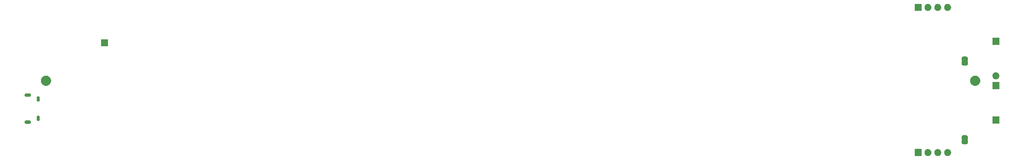
<source format=gbr>
G04 #@! TF.GenerationSoftware,KiCad,Pcbnew,(5.1.5)-3*
G04 #@! TF.CreationDate,2020-07-15T05:41:28-07:00*
G04 #@! TF.ProjectId,pcb,7063622e-6b69-4636-9164-5f7063625858,rev?*
G04 #@! TF.SameCoordinates,Original*
G04 #@! TF.FileFunction,Soldermask,Bot*
G04 #@! TF.FilePolarity,Negative*
%FSLAX46Y46*%
G04 Gerber Fmt 4.6, Leading zero omitted, Abs format (unit mm)*
G04 Created by KiCad (PCBNEW (5.1.5)-3) date 2020-07-15 05:41:28*
%MOMM*%
%LPD*%
G04 APERTURE LIST*
%ADD10C,0.100000*%
G04 APERTURE END LIST*
D10*
G36*
X260209512Y-114165927D02*
G01*
X260358812Y-114195624D01*
X260522784Y-114263544D01*
X260670354Y-114362147D01*
X260795853Y-114487646D01*
X260894456Y-114635216D01*
X260962376Y-114799188D01*
X260997000Y-114973259D01*
X260997000Y-115150741D01*
X260962376Y-115324812D01*
X260894456Y-115488784D01*
X260795853Y-115636354D01*
X260670354Y-115761853D01*
X260522784Y-115860456D01*
X260358812Y-115928376D01*
X260209512Y-115958073D01*
X260184742Y-115963000D01*
X260007258Y-115963000D01*
X259982488Y-115958073D01*
X259833188Y-115928376D01*
X259669216Y-115860456D01*
X259521646Y-115761853D01*
X259396147Y-115636354D01*
X259297544Y-115488784D01*
X259229624Y-115324812D01*
X259195000Y-115150741D01*
X259195000Y-114973259D01*
X259229624Y-114799188D01*
X259297544Y-114635216D01*
X259396147Y-114487646D01*
X259521646Y-114362147D01*
X259669216Y-114263544D01*
X259833188Y-114195624D01*
X259982488Y-114165927D01*
X260007258Y-114161000D01*
X260184742Y-114161000D01*
X260209512Y-114165927D01*
G37*
G36*
X258457000Y-115963000D02*
G01*
X256655000Y-115963000D01*
X256655000Y-114161000D01*
X258457000Y-114161000D01*
X258457000Y-115963000D01*
G37*
G36*
X265289512Y-114165927D02*
G01*
X265438812Y-114195624D01*
X265602784Y-114263544D01*
X265750354Y-114362147D01*
X265875853Y-114487646D01*
X265974456Y-114635216D01*
X266042376Y-114799188D01*
X266077000Y-114973259D01*
X266077000Y-115150741D01*
X266042376Y-115324812D01*
X265974456Y-115488784D01*
X265875853Y-115636354D01*
X265750354Y-115761853D01*
X265602784Y-115860456D01*
X265438812Y-115928376D01*
X265289512Y-115958073D01*
X265264742Y-115963000D01*
X265087258Y-115963000D01*
X265062488Y-115958073D01*
X264913188Y-115928376D01*
X264749216Y-115860456D01*
X264601646Y-115761853D01*
X264476147Y-115636354D01*
X264377544Y-115488784D01*
X264309624Y-115324812D01*
X264275000Y-115150741D01*
X264275000Y-114973259D01*
X264309624Y-114799188D01*
X264377544Y-114635216D01*
X264476147Y-114487646D01*
X264601646Y-114362147D01*
X264749216Y-114263544D01*
X264913188Y-114195624D01*
X265062488Y-114165927D01*
X265087258Y-114161000D01*
X265264742Y-114161000D01*
X265289512Y-114165927D01*
G37*
G36*
X262749512Y-114165927D02*
G01*
X262898812Y-114195624D01*
X263062784Y-114263544D01*
X263210354Y-114362147D01*
X263335853Y-114487646D01*
X263434456Y-114635216D01*
X263502376Y-114799188D01*
X263537000Y-114973259D01*
X263537000Y-115150741D01*
X263502376Y-115324812D01*
X263434456Y-115488784D01*
X263335853Y-115636354D01*
X263210354Y-115761853D01*
X263062784Y-115860456D01*
X262898812Y-115928376D01*
X262749512Y-115958073D01*
X262724742Y-115963000D01*
X262547258Y-115963000D01*
X262522488Y-115958073D01*
X262373188Y-115928376D01*
X262209216Y-115860456D01*
X262061646Y-115761853D01*
X261936147Y-115636354D01*
X261837544Y-115488784D01*
X261769624Y-115324812D01*
X261735000Y-115150741D01*
X261735000Y-114973259D01*
X261769624Y-114799188D01*
X261837544Y-114635216D01*
X261936147Y-114487646D01*
X262061646Y-114362147D01*
X262209216Y-114263544D01*
X262373188Y-114195624D01*
X262522488Y-114165927D01*
X262547258Y-114161000D01*
X262724742Y-114161000D01*
X262749512Y-114165927D01*
G37*
G36*
X269857799Y-110559954D02*
G01*
X269870050Y-110560556D01*
X269888469Y-110560556D01*
X269910749Y-110562750D01*
X269994833Y-110579476D01*
X270016260Y-110585976D01*
X270095458Y-110618780D01*
X270100903Y-110621691D01*
X270100909Y-110621693D01*
X270109769Y-110626429D01*
X270109773Y-110626432D01*
X270115214Y-110629340D01*
X270186499Y-110676971D01*
X270203804Y-110691172D01*
X270264428Y-110751796D01*
X270278629Y-110769101D01*
X270326260Y-110840386D01*
X270329168Y-110845827D01*
X270329171Y-110845831D01*
X270333907Y-110854691D01*
X270333909Y-110854697D01*
X270336820Y-110860142D01*
X270369624Y-110939340D01*
X270376124Y-110960767D01*
X270392850Y-111044851D01*
X270395044Y-111067131D01*
X270395044Y-111085550D01*
X270395646Y-111097801D01*
X270397452Y-111116139D01*
X270397452Y-111603860D01*
X270395863Y-111619999D01*
X270392948Y-111629608D01*
X270388210Y-111638472D01*
X270381837Y-111646237D01*
X270369394Y-111656448D01*
X270359025Y-111663378D01*
X270341698Y-111680705D01*
X270328085Y-111701080D01*
X270318709Y-111723720D01*
X270313929Y-111747753D01*
X270313930Y-111772257D01*
X270318712Y-111796290D01*
X270328090Y-111818929D01*
X270341705Y-111839302D01*
X270359032Y-111856629D01*
X270369402Y-111863558D01*
X270381837Y-111873763D01*
X270388210Y-111881528D01*
X270392948Y-111890392D01*
X270395863Y-111900001D01*
X270397452Y-111916140D01*
X270397452Y-112403862D01*
X270395646Y-112422199D01*
X270395044Y-112434450D01*
X270395044Y-112452869D01*
X270392850Y-112475149D01*
X270376124Y-112559233D01*
X270369624Y-112580660D01*
X270336820Y-112659858D01*
X270333909Y-112665303D01*
X270333907Y-112665309D01*
X270329171Y-112674169D01*
X270329168Y-112674173D01*
X270326260Y-112679614D01*
X270278629Y-112750899D01*
X270264428Y-112768204D01*
X270203804Y-112828828D01*
X270186499Y-112843029D01*
X270115214Y-112890660D01*
X270109773Y-112893568D01*
X270109769Y-112893571D01*
X270100909Y-112898307D01*
X270100903Y-112898309D01*
X270095458Y-112901220D01*
X270016260Y-112934024D01*
X269994833Y-112940524D01*
X269910749Y-112957250D01*
X269888469Y-112959444D01*
X269870050Y-112959444D01*
X269857799Y-112960046D01*
X269839462Y-112961852D01*
X269351738Y-112961852D01*
X269333401Y-112960046D01*
X269321150Y-112959444D01*
X269302731Y-112959444D01*
X269280451Y-112957250D01*
X269196367Y-112940524D01*
X269174940Y-112934024D01*
X269095742Y-112901220D01*
X269090297Y-112898309D01*
X269090291Y-112898307D01*
X269081431Y-112893571D01*
X269081427Y-112893568D01*
X269075986Y-112890660D01*
X269004701Y-112843029D01*
X268987396Y-112828828D01*
X268926772Y-112768204D01*
X268912571Y-112750899D01*
X268864940Y-112679614D01*
X268862032Y-112674173D01*
X268862029Y-112674169D01*
X268857293Y-112665309D01*
X268857291Y-112665303D01*
X268854380Y-112659858D01*
X268821576Y-112580660D01*
X268815076Y-112559233D01*
X268798350Y-112475149D01*
X268796156Y-112452869D01*
X268796156Y-112434450D01*
X268795554Y-112422199D01*
X268793748Y-112403862D01*
X268793748Y-111916140D01*
X268795337Y-111900001D01*
X268798252Y-111890392D01*
X268802990Y-111881528D01*
X268809363Y-111873763D01*
X268821806Y-111863552D01*
X268832175Y-111856622D01*
X268849502Y-111839295D01*
X268863115Y-111818920D01*
X268872491Y-111796280D01*
X268877271Y-111772247D01*
X268877270Y-111747743D01*
X268872488Y-111723710D01*
X268863110Y-111701071D01*
X268849495Y-111680698D01*
X268832168Y-111663371D01*
X268821798Y-111656442D01*
X268809363Y-111646237D01*
X268802990Y-111638472D01*
X268798252Y-111629608D01*
X268795337Y-111619999D01*
X268793748Y-111603860D01*
X268793748Y-111116139D01*
X268795554Y-111097801D01*
X268796156Y-111085550D01*
X268796156Y-111067131D01*
X268798350Y-111044851D01*
X268815076Y-110960767D01*
X268821576Y-110939340D01*
X268854380Y-110860142D01*
X268857291Y-110854697D01*
X268857293Y-110854691D01*
X268862029Y-110845831D01*
X268862032Y-110845827D01*
X268864940Y-110840386D01*
X268912571Y-110769101D01*
X268926772Y-110751796D01*
X268987396Y-110691172D01*
X269004701Y-110676971D01*
X269075986Y-110629340D01*
X269081427Y-110626432D01*
X269081431Y-110626429D01*
X269090291Y-110621693D01*
X269090297Y-110621691D01*
X269095742Y-110618780D01*
X269174940Y-110585976D01*
X269196367Y-110579476D01*
X269280451Y-110562750D01*
X269302731Y-110560556D01*
X269321150Y-110560556D01*
X269333401Y-110559954D01*
X269351739Y-110558148D01*
X269839461Y-110558148D01*
X269857799Y-110559954D01*
G37*
G36*
X28243511Y-106771815D02*
G01*
X28286461Y-106776045D01*
X28347612Y-106794595D01*
X28369122Y-106801120D01*
X28445295Y-106841836D01*
X28512067Y-106896633D01*
X28566864Y-106963405D01*
X28607580Y-107039578D01*
X28607581Y-107039582D01*
X28632655Y-107122239D01*
X28641121Y-107208200D01*
X28632655Y-107294161D01*
X28614105Y-107355312D01*
X28607580Y-107376822D01*
X28566864Y-107452995D01*
X28512067Y-107519767D01*
X28445295Y-107574564D01*
X28369122Y-107615280D01*
X28347612Y-107621805D01*
X28286461Y-107640355D01*
X28243511Y-107644585D01*
X28222037Y-107646700D01*
X27403963Y-107646700D01*
X27382489Y-107644585D01*
X27339539Y-107640355D01*
X27278388Y-107621805D01*
X27256878Y-107615280D01*
X27180705Y-107574564D01*
X27113933Y-107519767D01*
X27059136Y-107452995D01*
X27018420Y-107376822D01*
X27011895Y-107355312D01*
X26993345Y-107294161D01*
X26984879Y-107208200D01*
X26993345Y-107122239D01*
X27018419Y-107039582D01*
X27018420Y-107039578D01*
X27059136Y-106963405D01*
X27113933Y-106896633D01*
X27180705Y-106841836D01*
X27256878Y-106801120D01*
X27278388Y-106794595D01*
X27339539Y-106776045D01*
X27382489Y-106771815D01*
X27403963Y-106769700D01*
X28222037Y-106769700D01*
X28243511Y-106771815D01*
G37*
G36*
X278523000Y-107581000D02*
G01*
X276721000Y-107581000D01*
X276721000Y-105779000D01*
X278523000Y-105779000D01*
X278523000Y-107581000D01*
G37*
G36*
X30586710Y-105512640D02*
G01*
X30657585Y-105534140D01*
X30722904Y-105569054D01*
X30780159Y-105616041D01*
X30827146Y-105673296D01*
X30862060Y-105738615D01*
X30883560Y-105809490D01*
X30889000Y-105864728D01*
X30889000Y-106551672D01*
X30883560Y-106606910D01*
X30862060Y-106677785D01*
X30827146Y-106743104D01*
X30780159Y-106800359D01*
X30722906Y-106847345D01*
X30657583Y-106882260D01*
X30586709Y-106903760D01*
X30513000Y-106911019D01*
X30439290Y-106903760D01*
X30368415Y-106882260D01*
X30303096Y-106847346D01*
X30245841Y-106800359D01*
X30198855Y-106743106D01*
X30163940Y-106677783D01*
X30142440Y-106606909D01*
X30137000Y-106551671D01*
X30137001Y-105864728D01*
X30142441Y-105809490D01*
X30163941Y-105738615D01*
X30198855Y-105673296D01*
X30245842Y-105616041D01*
X30303097Y-105569054D01*
X30368416Y-105534140D01*
X30439291Y-105512640D01*
X30513000Y-105505381D01*
X30586710Y-105512640D01*
G37*
G36*
X30586710Y-100512640D02*
G01*
X30657585Y-100534140D01*
X30722904Y-100569054D01*
X30780159Y-100616041D01*
X30827146Y-100673296D01*
X30862060Y-100738615D01*
X30883560Y-100809490D01*
X30889000Y-100864728D01*
X30889000Y-101551672D01*
X30883560Y-101606910D01*
X30862060Y-101677785D01*
X30827146Y-101743104D01*
X30780159Y-101800359D01*
X30722906Y-101847345D01*
X30657583Y-101882260D01*
X30586709Y-101903760D01*
X30513000Y-101911019D01*
X30439290Y-101903760D01*
X30368415Y-101882260D01*
X30303096Y-101847346D01*
X30245841Y-101800359D01*
X30198855Y-101743106D01*
X30163940Y-101677783D01*
X30142440Y-101606909D01*
X30137000Y-101551671D01*
X30137001Y-100864728D01*
X30142441Y-100809490D01*
X30163941Y-100738615D01*
X30198855Y-100673296D01*
X30245842Y-100616041D01*
X30303097Y-100569054D01*
X30368416Y-100534140D01*
X30439291Y-100512640D01*
X30513000Y-100505381D01*
X30586710Y-100512640D01*
G37*
G36*
X28243511Y-99771815D02*
G01*
X28286461Y-99776045D01*
X28347612Y-99794595D01*
X28369122Y-99801120D01*
X28445295Y-99841836D01*
X28512067Y-99896633D01*
X28566864Y-99963405D01*
X28607580Y-100039578D01*
X28607581Y-100039582D01*
X28632655Y-100122239D01*
X28641121Y-100208200D01*
X28632655Y-100294161D01*
X28614105Y-100355312D01*
X28607580Y-100376822D01*
X28566864Y-100452995D01*
X28512067Y-100519767D01*
X28445295Y-100574564D01*
X28369122Y-100615280D01*
X28347612Y-100621805D01*
X28286461Y-100640355D01*
X28243511Y-100644585D01*
X28222037Y-100646700D01*
X27403963Y-100646700D01*
X27382489Y-100644585D01*
X27339539Y-100640355D01*
X27278388Y-100621805D01*
X27256878Y-100615280D01*
X27180705Y-100574564D01*
X27113933Y-100519767D01*
X27059136Y-100452995D01*
X27018420Y-100376822D01*
X27011895Y-100355312D01*
X26993345Y-100294161D01*
X26984879Y-100208200D01*
X26993345Y-100122239D01*
X27018419Y-100039582D01*
X27018420Y-100039578D01*
X27059136Y-99963405D01*
X27113933Y-99896633D01*
X27180705Y-99841836D01*
X27256878Y-99801120D01*
X27278388Y-99794595D01*
X27339539Y-99776045D01*
X27382489Y-99771815D01*
X27403963Y-99769700D01*
X28222037Y-99769700D01*
X28243511Y-99771815D01*
G37*
G36*
X278523000Y-98691000D02*
G01*
X276721000Y-98691000D01*
X276721000Y-96889000D01*
X278523000Y-96889000D01*
X278523000Y-98691000D01*
G37*
G36*
X272667487Y-95268996D02*
G01*
X272835868Y-95338742D01*
X272904255Y-95367069D01*
X273117339Y-95509447D01*
X273298553Y-95690661D01*
X273387884Y-95824354D01*
X273440932Y-95903747D01*
X273539004Y-96140513D01*
X273589000Y-96391861D01*
X273589000Y-96648139D01*
X273539004Y-96899487D01*
X273440932Y-97136253D01*
X273440931Y-97136255D01*
X273298553Y-97349339D01*
X273117339Y-97530553D01*
X272904255Y-97672931D01*
X272904254Y-97672932D01*
X272904253Y-97672932D01*
X272667487Y-97771004D01*
X272416139Y-97821000D01*
X272159861Y-97821000D01*
X271908513Y-97771004D01*
X271671747Y-97672932D01*
X271671746Y-97672932D01*
X271671745Y-97672931D01*
X271458661Y-97530553D01*
X271277447Y-97349339D01*
X271135069Y-97136255D01*
X271135068Y-97136253D01*
X271036996Y-96899487D01*
X270987000Y-96648139D01*
X270987000Y-96391861D01*
X271036996Y-96140513D01*
X271135068Y-95903747D01*
X271188117Y-95824354D01*
X271277447Y-95690661D01*
X271458661Y-95509447D01*
X271671745Y-95367069D01*
X271740132Y-95338742D01*
X271908513Y-95268996D01*
X272159861Y-95219000D01*
X272416139Y-95219000D01*
X272667487Y-95268996D01*
G37*
G36*
X32891487Y-95268996D02*
G01*
X33059868Y-95338742D01*
X33128255Y-95367069D01*
X33341339Y-95509447D01*
X33522553Y-95690661D01*
X33611884Y-95824354D01*
X33664932Y-95903747D01*
X33763004Y-96140513D01*
X33813000Y-96391861D01*
X33813000Y-96648139D01*
X33763004Y-96899487D01*
X33664932Y-97136253D01*
X33664931Y-97136255D01*
X33522553Y-97349339D01*
X33341339Y-97530553D01*
X33128255Y-97672931D01*
X33128254Y-97672932D01*
X33128253Y-97672932D01*
X32891487Y-97771004D01*
X32640139Y-97821000D01*
X32383861Y-97821000D01*
X32132513Y-97771004D01*
X31895747Y-97672932D01*
X31895746Y-97672932D01*
X31895745Y-97672931D01*
X31682661Y-97530553D01*
X31501447Y-97349339D01*
X31359069Y-97136255D01*
X31359068Y-97136253D01*
X31260996Y-96899487D01*
X31211000Y-96648139D01*
X31211000Y-96391861D01*
X31260996Y-96140513D01*
X31359068Y-95903747D01*
X31412117Y-95824354D01*
X31501447Y-95690661D01*
X31682661Y-95509447D01*
X31895745Y-95367069D01*
X31964132Y-95338742D01*
X32132513Y-95268996D01*
X32383861Y-95219000D01*
X32640139Y-95219000D01*
X32891487Y-95268996D01*
G37*
G36*
X277735512Y-94353927D02*
G01*
X277884812Y-94383624D01*
X278048784Y-94451544D01*
X278196354Y-94550147D01*
X278321853Y-94675646D01*
X278420456Y-94823216D01*
X278488376Y-94987188D01*
X278523000Y-95161259D01*
X278523000Y-95338741D01*
X278488376Y-95512812D01*
X278420456Y-95676784D01*
X278321853Y-95824354D01*
X278196354Y-95949853D01*
X278048784Y-96048456D01*
X277884812Y-96116376D01*
X277735512Y-96146073D01*
X277710742Y-96151000D01*
X277533258Y-96151000D01*
X277508488Y-96146073D01*
X277359188Y-96116376D01*
X277195216Y-96048456D01*
X277047646Y-95949853D01*
X276922147Y-95824354D01*
X276823544Y-95676784D01*
X276755624Y-95512812D01*
X276721000Y-95338741D01*
X276721000Y-95161259D01*
X276755624Y-94987188D01*
X276823544Y-94823216D01*
X276922147Y-94675646D01*
X277047646Y-94550147D01*
X277195216Y-94451544D01*
X277359188Y-94383624D01*
X277508488Y-94353927D01*
X277533258Y-94349000D01*
X277710742Y-94349000D01*
X277735512Y-94353927D01*
G37*
G36*
X269857799Y-90239954D02*
G01*
X269870050Y-90240556D01*
X269888469Y-90240556D01*
X269910749Y-90242750D01*
X269994833Y-90259476D01*
X270016260Y-90265976D01*
X270095458Y-90298780D01*
X270100903Y-90301691D01*
X270100909Y-90301693D01*
X270109769Y-90306429D01*
X270109773Y-90306432D01*
X270115214Y-90309340D01*
X270186499Y-90356971D01*
X270203804Y-90371172D01*
X270264428Y-90431796D01*
X270278629Y-90449101D01*
X270326260Y-90520386D01*
X270329168Y-90525827D01*
X270329171Y-90525831D01*
X270333907Y-90534691D01*
X270333909Y-90534697D01*
X270336820Y-90540142D01*
X270369624Y-90619340D01*
X270376124Y-90640767D01*
X270392850Y-90724851D01*
X270395044Y-90747131D01*
X270395044Y-90765550D01*
X270395646Y-90777801D01*
X270397452Y-90796139D01*
X270397452Y-91283860D01*
X270395863Y-91299999D01*
X270392948Y-91309608D01*
X270388210Y-91318472D01*
X270381837Y-91326237D01*
X270369394Y-91336448D01*
X270359025Y-91343378D01*
X270341698Y-91360705D01*
X270328085Y-91381080D01*
X270318709Y-91403720D01*
X270313929Y-91427753D01*
X270313930Y-91452257D01*
X270318712Y-91476290D01*
X270328090Y-91498929D01*
X270341705Y-91519302D01*
X270359032Y-91536629D01*
X270369402Y-91543558D01*
X270381837Y-91553763D01*
X270388210Y-91561528D01*
X270392948Y-91570392D01*
X270395863Y-91580001D01*
X270397452Y-91596140D01*
X270397452Y-92083862D01*
X270395646Y-92102199D01*
X270395044Y-92114450D01*
X270395044Y-92132869D01*
X270392850Y-92155149D01*
X270376124Y-92239233D01*
X270369624Y-92260660D01*
X270336820Y-92339858D01*
X270333909Y-92345303D01*
X270333907Y-92345309D01*
X270329171Y-92354169D01*
X270329168Y-92354173D01*
X270326260Y-92359614D01*
X270278629Y-92430899D01*
X270264428Y-92448204D01*
X270203804Y-92508828D01*
X270186499Y-92523029D01*
X270115214Y-92570660D01*
X270109773Y-92573568D01*
X270109769Y-92573571D01*
X270100909Y-92578307D01*
X270100903Y-92578309D01*
X270095458Y-92581220D01*
X270016260Y-92614024D01*
X269994833Y-92620524D01*
X269910749Y-92637250D01*
X269888469Y-92639444D01*
X269870050Y-92639444D01*
X269857799Y-92640046D01*
X269839462Y-92641852D01*
X269351738Y-92641852D01*
X269333401Y-92640046D01*
X269321150Y-92639444D01*
X269302731Y-92639444D01*
X269280451Y-92637250D01*
X269196367Y-92620524D01*
X269174940Y-92614024D01*
X269095742Y-92581220D01*
X269090297Y-92578309D01*
X269090291Y-92578307D01*
X269081431Y-92573571D01*
X269081427Y-92573568D01*
X269075986Y-92570660D01*
X269004701Y-92523029D01*
X268987396Y-92508828D01*
X268926772Y-92448204D01*
X268912571Y-92430899D01*
X268864940Y-92359614D01*
X268862032Y-92354173D01*
X268862029Y-92354169D01*
X268857293Y-92345309D01*
X268857291Y-92345303D01*
X268854380Y-92339858D01*
X268821576Y-92260660D01*
X268815076Y-92239233D01*
X268798350Y-92155149D01*
X268796156Y-92132869D01*
X268796156Y-92114450D01*
X268795554Y-92102199D01*
X268793748Y-92083862D01*
X268793748Y-91596140D01*
X268795337Y-91580001D01*
X268798252Y-91570392D01*
X268802990Y-91561528D01*
X268809363Y-91553763D01*
X268821806Y-91543552D01*
X268832175Y-91536622D01*
X268849502Y-91519295D01*
X268863115Y-91498920D01*
X268872491Y-91476280D01*
X268877271Y-91452247D01*
X268877270Y-91427743D01*
X268872488Y-91403710D01*
X268863110Y-91381071D01*
X268849495Y-91360698D01*
X268832168Y-91343371D01*
X268821798Y-91336442D01*
X268809363Y-91326237D01*
X268802990Y-91318472D01*
X268798252Y-91309608D01*
X268795337Y-91299999D01*
X268793748Y-91283860D01*
X268793748Y-90796139D01*
X268795554Y-90777801D01*
X268796156Y-90765550D01*
X268796156Y-90747131D01*
X268798350Y-90724851D01*
X268815076Y-90640767D01*
X268821576Y-90619340D01*
X268854380Y-90540142D01*
X268857291Y-90534697D01*
X268857293Y-90534691D01*
X268862029Y-90525831D01*
X268862032Y-90525827D01*
X268864940Y-90520386D01*
X268912571Y-90449101D01*
X268926772Y-90431796D01*
X268987396Y-90371172D01*
X269004701Y-90356971D01*
X269075986Y-90309340D01*
X269081427Y-90306432D01*
X269081431Y-90306429D01*
X269090291Y-90301693D01*
X269090297Y-90301691D01*
X269095742Y-90298780D01*
X269174940Y-90265976D01*
X269196367Y-90259476D01*
X269280451Y-90242750D01*
X269302731Y-90240556D01*
X269321150Y-90240556D01*
X269333401Y-90239954D01*
X269351739Y-90238148D01*
X269839461Y-90238148D01*
X269857799Y-90239954D01*
G37*
G36*
X48526000Y-87642000D02*
G01*
X46724000Y-87642000D01*
X46724000Y-85840000D01*
X48526000Y-85840000D01*
X48526000Y-87642000D01*
G37*
G36*
X278523000Y-87261000D02*
G01*
X276721000Y-87261000D01*
X276721000Y-85459000D01*
X278523000Y-85459000D01*
X278523000Y-87261000D01*
G37*
G36*
X258457000Y-78498000D02*
G01*
X256655000Y-78498000D01*
X256655000Y-76696000D01*
X258457000Y-76696000D01*
X258457000Y-78498000D01*
G37*
G36*
X260209512Y-76700927D02*
G01*
X260358812Y-76730624D01*
X260522784Y-76798544D01*
X260670354Y-76897147D01*
X260795853Y-77022646D01*
X260894456Y-77170216D01*
X260962376Y-77334188D01*
X260997000Y-77508259D01*
X260997000Y-77685741D01*
X260962376Y-77859812D01*
X260894456Y-78023784D01*
X260795853Y-78171354D01*
X260670354Y-78296853D01*
X260522784Y-78395456D01*
X260358812Y-78463376D01*
X260209512Y-78493073D01*
X260184742Y-78498000D01*
X260007258Y-78498000D01*
X259982488Y-78493073D01*
X259833188Y-78463376D01*
X259669216Y-78395456D01*
X259521646Y-78296853D01*
X259396147Y-78171354D01*
X259297544Y-78023784D01*
X259229624Y-77859812D01*
X259195000Y-77685741D01*
X259195000Y-77508259D01*
X259229624Y-77334188D01*
X259297544Y-77170216D01*
X259396147Y-77022646D01*
X259521646Y-76897147D01*
X259669216Y-76798544D01*
X259833188Y-76730624D01*
X259982488Y-76700927D01*
X260007258Y-76696000D01*
X260184742Y-76696000D01*
X260209512Y-76700927D01*
G37*
G36*
X262749512Y-76700927D02*
G01*
X262898812Y-76730624D01*
X263062784Y-76798544D01*
X263210354Y-76897147D01*
X263335853Y-77022646D01*
X263434456Y-77170216D01*
X263502376Y-77334188D01*
X263537000Y-77508259D01*
X263537000Y-77685741D01*
X263502376Y-77859812D01*
X263434456Y-78023784D01*
X263335853Y-78171354D01*
X263210354Y-78296853D01*
X263062784Y-78395456D01*
X262898812Y-78463376D01*
X262749512Y-78493073D01*
X262724742Y-78498000D01*
X262547258Y-78498000D01*
X262522488Y-78493073D01*
X262373188Y-78463376D01*
X262209216Y-78395456D01*
X262061646Y-78296853D01*
X261936147Y-78171354D01*
X261837544Y-78023784D01*
X261769624Y-77859812D01*
X261735000Y-77685741D01*
X261735000Y-77508259D01*
X261769624Y-77334188D01*
X261837544Y-77170216D01*
X261936147Y-77022646D01*
X262061646Y-76897147D01*
X262209216Y-76798544D01*
X262373188Y-76730624D01*
X262522488Y-76700927D01*
X262547258Y-76696000D01*
X262724742Y-76696000D01*
X262749512Y-76700927D01*
G37*
G36*
X265289512Y-76700927D02*
G01*
X265438812Y-76730624D01*
X265602784Y-76798544D01*
X265750354Y-76897147D01*
X265875853Y-77022646D01*
X265974456Y-77170216D01*
X266042376Y-77334188D01*
X266077000Y-77508259D01*
X266077000Y-77685741D01*
X266042376Y-77859812D01*
X265974456Y-78023784D01*
X265875853Y-78171354D01*
X265750354Y-78296853D01*
X265602784Y-78395456D01*
X265438812Y-78463376D01*
X265289512Y-78493073D01*
X265264742Y-78498000D01*
X265087258Y-78498000D01*
X265062488Y-78493073D01*
X264913188Y-78463376D01*
X264749216Y-78395456D01*
X264601646Y-78296853D01*
X264476147Y-78171354D01*
X264377544Y-78023784D01*
X264309624Y-77859812D01*
X264275000Y-77685741D01*
X264275000Y-77508259D01*
X264309624Y-77334188D01*
X264377544Y-77170216D01*
X264476147Y-77022646D01*
X264601646Y-76897147D01*
X264749216Y-76798544D01*
X264913188Y-76730624D01*
X265062488Y-76700927D01*
X265087258Y-76696000D01*
X265264742Y-76696000D01*
X265289512Y-76700927D01*
G37*
M02*

</source>
